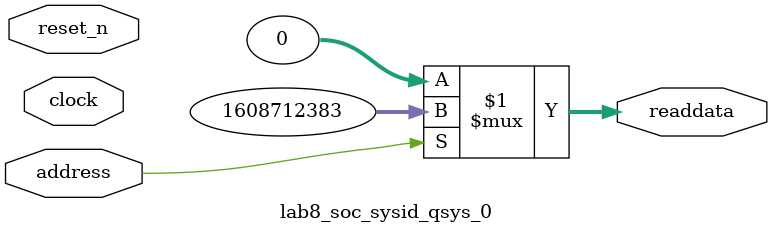
<source format=v>



// synthesis translate_off
`timescale 1ns / 1ps
// synthesis translate_on

// turn off superfluous verilog processor warnings 
// altera message_level Level1 
// altera message_off 10034 10035 10036 10037 10230 10240 10030 

module lab8_soc_sysid_qsys_0 (
               // inputs:
                address,
                clock,
                reset_n,

               // outputs:
                readdata
             )
;

  output  [ 31: 0] readdata;
  input            address;
  input            clock;
  input            reset_n;

  wire    [ 31: 0] readdata;
  //control_slave, which is an e_avalon_slave
  assign readdata = address ? 1608712383 : 0;

endmodule



</source>
